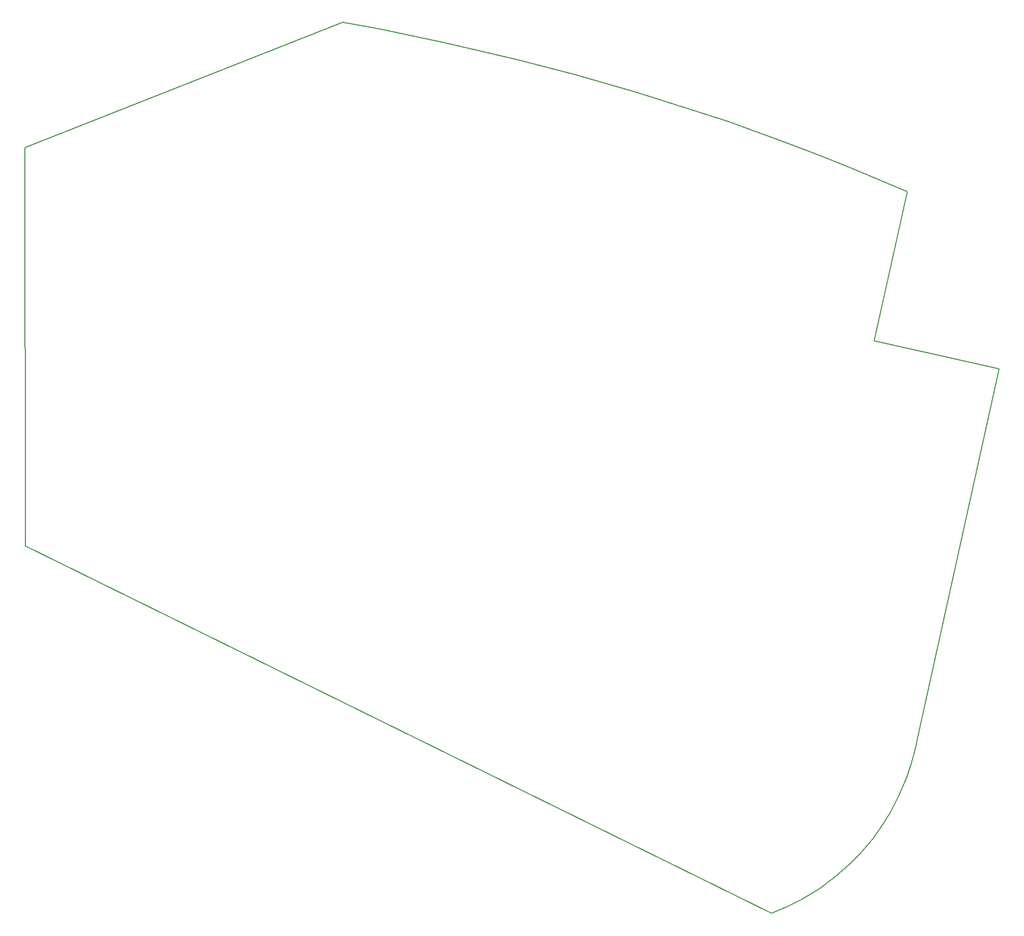
<source format=gbr>
G04 #@! TF.GenerationSoftware,KiCad,Pcbnew,(5.1.0)-1*
G04 #@! TF.CreationDate,2019-06-23T20:26:16+08:00*
G04 #@! TF.ProjectId,52Te_Rev,35325465-5f52-4657-962e-6b696361645f,rev?*
G04 #@! TF.SameCoordinates,Original*
G04 #@! TF.FileFunction,Profile,NP*
%FSLAX46Y46*%
G04 Gerber Fmt 4.6, Leading zero omitted, Abs format (unit mm)*
G04 Created by KiCad (PCBNEW (5.1.0)-1) date 2019-06-23 20:26:16*
%MOMM*%
%LPD*%
G04 APERTURE LIST*
%ADD10C,0.150000*%
G04 APERTURE END LIST*
D10*
X269520000Y-184210000D02*
X281800000Y-128590000D01*
X268890000Y-187300000D02*
X269520000Y-184210000D01*
X268090000Y-190860000D02*
X268890000Y-187300000D01*
X267400000Y-193340000D02*
X268090000Y-190860000D01*
X266680000Y-195570000D02*
X267400000Y-193340000D01*
X265400000Y-198500000D02*
X266680000Y-195570000D01*
X264040000Y-201150000D02*
X265400000Y-198500000D01*
X262500000Y-203580000D02*
X264040000Y-201150000D01*
X261140000Y-205500000D02*
X262500000Y-203580000D01*
X259090000Y-207870000D02*
X261140000Y-205500000D01*
X257460000Y-209560000D02*
X259090000Y-207870000D01*
X254890000Y-211800000D02*
X257460000Y-209560000D01*
X252410000Y-213650000D02*
X254890000Y-211800000D01*
X249640000Y-215300000D02*
X252410000Y-213650000D01*
X247260000Y-216540000D02*
X249640000Y-215300000D01*
X244660000Y-217610000D02*
X247260000Y-216540000D01*
X122770000Y-157550000D02*
X244660000Y-217610000D01*
X122720000Y-92500000D02*
X122770000Y-157550000D01*
X174650000Y-72000000D02*
X122720000Y-92500000D01*
X180750000Y-73060000D02*
X174650000Y-72000000D01*
X191450000Y-75390000D02*
X180750000Y-73060000D01*
X203110000Y-78070000D02*
X191450000Y-75390000D01*
X212530000Y-80490000D02*
X203110000Y-78070000D01*
X222580000Y-83390000D02*
X212530000Y-80490000D01*
X231900000Y-86330000D02*
X222580000Y-83390000D01*
X237440000Y-88190000D02*
X231900000Y-86330000D01*
X245310000Y-91030000D02*
X237440000Y-88190000D01*
X250730000Y-93040000D02*
X245310000Y-91030000D01*
X254220000Y-94390000D02*
X250730000Y-93040000D01*
X257800000Y-95840000D02*
X254220000Y-94390000D01*
X266850000Y-99660000D02*
X257800000Y-95840000D01*
X261430000Y-124030000D02*
X266850000Y-99660000D01*
X281800000Y-128590000D02*
X261430000Y-124030000D01*
M02*

</source>
